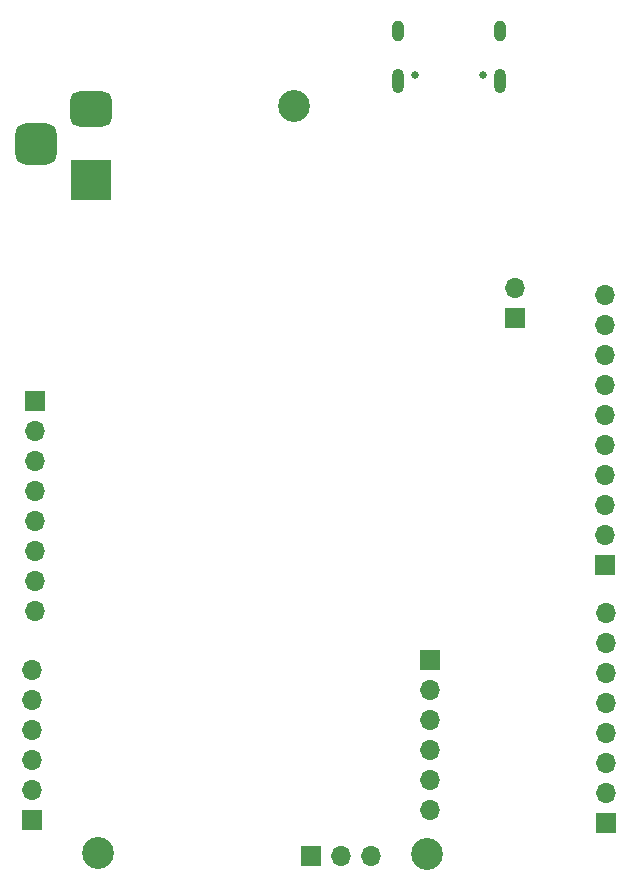
<source format=gbr>
%TF.GenerationSoftware,KiCad,Pcbnew,7.0.10*%
%TF.CreationDate,2024-04-20T18:17:20+05:30*%
%TF.ProjectId,rp2040-basic-m1,72703230-3430-42d6-9261-7369632d6d31,V2.2.5*%
%TF.SameCoordinates,Original*%
%TF.FileFunction,Soldermask,Bot*%
%TF.FilePolarity,Negative*%
%FSLAX46Y46*%
G04 Gerber Fmt 4.6, Leading zero omitted, Abs format (unit mm)*
G04 Created by KiCad (PCBNEW 7.0.10) date 2024-04-20 18:17:20*
%MOMM*%
%LPD*%
G01*
G04 APERTURE LIST*
G04 Aperture macros list*
%AMRoundRect*
0 Rectangle with rounded corners*
0 $1 Rounding radius*
0 $2 $3 $4 $5 $6 $7 $8 $9 X,Y pos of 4 corners*
0 Add a 4 corners polygon primitive as box body*
4,1,4,$2,$3,$4,$5,$6,$7,$8,$9,$2,$3,0*
0 Add four circle primitives for the rounded corners*
1,1,$1+$1,$2,$3*
1,1,$1+$1,$4,$5*
1,1,$1+$1,$6,$7*
1,1,$1+$1,$8,$9*
0 Add four rect primitives between the rounded corners*
20,1,$1+$1,$2,$3,$4,$5,0*
20,1,$1+$1,$4,$5,$6,$7,0*
20,1,$1+$1,$6,$7,$8,$9,0*
20,1,$1+$1,$8,$9,$2,$3,0*%
G04 Aperture macros list end*
%ADD10R,1.700000X1.700000*%
%ADD11O,1.700000X1.700000*%
%ADD12C,2.700000*%
%ADD13C,0.650000*%
%ADD14O,1.000000X2.100000*%
%ADD15O,1.000000X1.800000*%
%ADD16R,3.500000X3.500000*%
%ADD17RoundRect,0.750000X-1.000000X0.750000X-1.000000X-0.750000X1.000000X-0.750000X1.000000X0.750000X0*%
%ADD18RoundRect,0.875000X-0.875000X0.875000X-0.875000X-0.875000X0.875000X-0.875000X0.875000X0.875000X0*%
G04 APERTURE END LIST*
D10*
%TO.C,J7*%
X107850000Y-71680500D03*
D11*
X107850000Y-74220500D03*
X107850000Y-76760500D03*
X107850000Y-79300500D03*
X107850000Y-81840500D03*
X107850000Y-84380500D03*
%TD*%
D12*
%TO.C,REF\u002A\u002A*%
X96370000Y-24760500D03*
%TD*%
D10*
%TO.C,J5*%
X74200000Y-85200000D03*
D11*
X74200000Y-82660000D03*
X74200000Y-80120000D03*
X74200000Y-77580000D03*
X74200000Y-75040000D03*
X74200000Y-72500000D03*
%TD*%
D10*
%TO.C,J6*%
X74400000Y-49690500D03*
D11*
X74400000Y-52230500D03*
X74400000Y-54770500D03*
X74400000Y-57310500D03*
X74400000Y-59850500D03*
X74400000Y-62390500D03*
X74400000Y-64930500D03*
X74400000Y-67470500D03*
%TD*%
D10*
%TO.C,J3*%
X122720000Y-63620500D03*
D11*
X122720000Y-61080500D03*
X122720000Y-58540500D03*
X122720000Y-56000500D03*
X122720000Y-53460500D03*
X122720000Y-50920500D03*
X122720000Y-48380500D03*
X122720000Y-45840500D03*
X122720000Y-43300500D03*
X122720000Y-40760500D03*
%TD*%
D10*
%TO.C,J10*%
X115070000Y-42685000D03*
D11*
X115070000Y-40145000D03*
%TD*%
D13*
%TO.C,J1*%
X112365000Y-22090500D03*
X106585000Y-22090500D03*
D14*
X113795000Y-22610500D03*
D15*
X113795000Y-18410500D03*
D14*
X105155000Y-22610500D03*
D15*
X105155000Y-18410500D03*
%TD*%
D10*
%TO.C,J4*%
X122775000Y-85480000D03*
D11*
X122775000Y-82940000D03*
X122775000Y-80400000D03*
X122775000Y-77860000D03*
X122775000Y-75320000D03*
X122775000Y-72780000D03*
X122775000Y-70240000D03*
X122775000Y-67700000D03*
%TD*%
D16*
%TO.C,J9*%
X79198000Y-30992500D03*
D17*
X79198000Y-24992500D03*
D18*
X74498000Y-27992500D03*
%TD*%
D10*
%TO.C,J8*%
X97820000Y-88200000D03*
D11*
X100360000Y-88200000D03*
X102900000Y-88200000D03*
%TD*%
D12*
%TO.C,REF\u002A\u002A*%
X107630000Y-88050500D03*
%TD*%
%TO.C,REF\u002A\u002A*%
X79800000Y-87950000D03*
%TD*%
M02*

</source>
